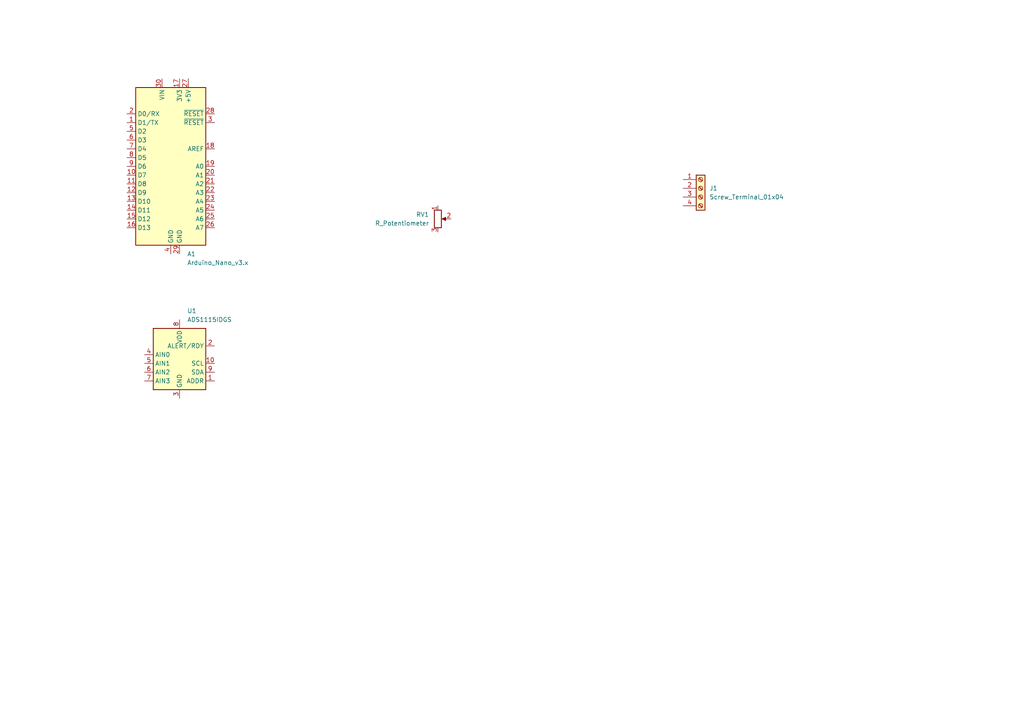
<source format=kicad_sch>
(kicad_sch (version 20231120) (generator "eeschema") (generator_version "8.0")
  (paper "A4")
  (lib_symbols
    (symbol "Analog_ADC:ADS1115IDGS"
      (property "Reference" "U" (at 2.54 13.97 0))
      (property "Value" "ADS1115IDGS" (at 7.62 11.43 0))
      (symbol "ADS1115IDGS_0_1"
        (rectangle (start -7.62 10.16) (end 7.62 -7.62) (stroke (width 0.254)) (fill (type background)))
      )
      (symbol "ADS1115IDGS_1_1"
        (pin input line (at 10.16 -5.08 180) (length 2.54) (name "ADDR") (number "1"))
        (pin input line (at 10.16 0 180) (length 2.54) (name "SCL") (number "10"))
        (pin output line (at 10.16 5.08 180) (length 2.54) (name "ALERT/RDY") (number "2"))
        (pin power_in line (at 0 -10.16 90) (length 2.54) (name "GND") (number "3"))
        (pin input line (at -10.16 2.54 0) (length 2.54) (name "AIN0") (number "4"))
        (pin input line (at -10.16 0 0) (length 2.54) (name "AIN1") (number "5"))
        (pin input line (at -10.16 -2.54 0) (length 2.54) (name "AIN2") (number "6"))
        (pin input line (at -10.16 -5.08 0) (length 2.54) (name "AIN3") (number "7"))
        (pin power_in line (at 0 12.7 270) (length 2.54) (name "VDD") (number "8"))
        (pin bidirectional line (at 10.16 -2.54 180) (length 2.54) (name "SDA") (number "9"))
      )
    )
    (symbol "Connector:Screw_Terminal_01x04" (pin_names (offset 1.016) hide)
      (property "Reference" "J" (at 0 5.08 0))
      (property "Value" "Screw_Terminal_01x04" (at 0 -7.62 0))
      (symbol "Screw_Terminal_01x04_1_1"
        (rectangle (start -1.27 3.81) (end 1.27 -6.35) (stroke (width 0.254)) (fill (type background)))
        (circle (center 0 -5.08) (radius 0.635) (stroke (width 0.1524)))
        (circle (center 0 -2.54) (radius 0.635) (stroke (width 0.1524)))
        (polyline (pts (xy -0.5334 -4.7498) (xy 0.3302 -5.588)) (stroke (width 0.1524)))
        (polyline (pts (xy -0.5334 -2.2098) (xy 0.3302 -3.048)) (stroke (width 0.1524)))
        (polyline (pts (xy -0.5334 0.3302) (xy 0.3302 -0.508)) (stroke (width 0.1524)))
        (polyline (pts (xy -0.5334 2.8702) (xy 0.3302 2.032)) (stroke (width 0.1524)))
        (polyline (pts (xy -0.3556 -4.572) (xy 0.508 -5.4102)) (stroke (width 0.1524)))
        (polyline (pts (xy -0.3556 -2.032) (xy 0.508 -2.8702)) (stroke (width 0.1524)))
        (polyline (pts (xy -0.3556 0.508) (xy 0.508 -0.3302)) (stroke (width 0.1524)))
        (polyline (pts (xy -0.3556 3.048) (xy 0.508 2.2098)) (stroke (width 0.1524)))
        (circle (center 0 0) (radius 0.635) (stroke (width 0.1524)))
        (circle (center 0 2.54) (radius 0.635) (stroke (width 0.1524)))
        (pin passive line (at -5.08 2.54 0) (length 3.81) (name "Pin_1") (number "1"))
        (pin passive line (at -5.08 0 0) (length 3.81) (name "Pin_2") (number "2"))
        (pin passive line (at -5.08 -2.54 0) (length 3.81) (name "Pin_3") (number "3"))
        (pin passive line (at -5.08 -5.08 0) (length 3.81) (name "Pin_4") (number "4"))
      )
    )
    (symbol "Device:R_Potentiometer" (pin_names (offset 1.016) hide)
      (property "Reference" "RV" (at -4.445 0 90))
      (property "Value" "R_Potentiometer" (at -2.54 0 90))
      (symbol "R_Potentiometer_0_1"
        (polyline (pts (xy 2.54 0) (xy 1.524 0)))
        (polyline (pts (xy 1.143 0) (xy 2.286 0.508) (xy 2.286 -0.508) (xy 1.143 0)) (fill (type outline)))
        (rectangle (start 1.016 2.54) (end -1.016 -2.54) (stroke (width 0.254)))
      )
      (symbol "R_Potentiometer_1_1"
        (pin passive line (at 0 3.81 270) (length 1.27) (name "1") (number "1"))
        (pin passive line (at 3.81 0 180) (length 1.27) (name "2") (number "2"))
        (pin passive line (at 0 -3.81 90) (length 1.27) (name "3") (number "3"))
      )
    )
    (symbol "MCU_Module:Arduino_Nano_v3.x"
      (property "Reference" "A" (at -10.16 23.495 0))
      (property "Value" "Arduino_Nano_v3.x" (at 5.08 -24.13 0))
      (symbol "Arduino_Nano_v3.x_0_1"
        (rectangle (start -10.16 22.86) (end 10.16 -22.86) (stroke (width 0.254)) (fill (type background)))
      )
      (symbol "Arduino_Nano_v3.x_1_1"
        (pin bidirectional line (at -12.7 12.7 0) (length 2.54) (name "D1/TX") (number "1"))
        (pin bidirectional line (at -12.7 -2.54 0) (length 2.54) (name "D7") (number "10"))
        (pin bidirectional line (at -12.7 -5.08 0) (length 2.54) (name "D8") (number "11"))
        (pin bidirectional line (at -12.7 -7.62 0) (length 2.54) (name "D9") (number "12"))
        (pin bidirectional line (at -12.7 -10.16 0) (length 2.54) (name "D10") (number "13"))
        (pin bidirectional line (at -12.7 -12.7 0) (length 2.54) (name "D11") (number "14"))
        (pin bidirectional line (at -12.7 -15.24 0) (length 2.54) (name "D12") (number "15"))
        (pin bidirectional line (at -12.7 -17.78 0) (length 2.54) (name "D13") (number "16"))
        (pin power_out line (at 2.54 25.4 270) (length 2.54) (name "3V3") (number "17"))
        (pin input line (at 12.7 5.08 180) (length 2.54) (name "AREF") (number "18"))
        (pin bidirectional line (at 12.7 0 180) (length 2.54) (name "A0") (number "19"))
        (pin bidirectional line (at -12.7 15.24 0) (length 2.54) (name "D0/RX") (number "2"))
        (pin bidirectional line (at 12.7 -2.54 180) (length 2.54) (name "A1") (number "20"))
        (pin bidirectional line (at 12.7 -5.08 180) (length 2.54) (name "A2") (number "21"))
        (pin bidirectional line (at 12.7 -7.62 180) (length 2.54) (name "A3") (number "22"))
        (pin bidirectional line (at 12.7 -10.16 180) (length 2.54) (name "A4") (number "23"))
        (pin bidirectional line (at 12.7 -12.7 180) (length 2.54) (name "A5") (number "24"))
        (pin bidirectional line (at 12.7 -15.24 180) (length 2.54) (name "A6") (number "25"))
        (pin bidirectional line (at 12.7 -17.78 180) (length 2.54) (name "A7") (number "26"))
        (pin power_out line (at 5.08 25.4 270) (length 2.54) (name "+5V") (number "27"))
        (pin input line (at 12.7 15.24 180) (length 2.54) (name "~{RESET}") (number "28"))
        (pin power_in line (at 2.54 -25.4 90) (length 2.54) (name "GND") (number "29"))
        (pin input line (at 12.7 12.7 180) (length 2.54) (name "~{RESET}") (number "3"))
        (pin power_in line (at -2.54 25.4 270) (length 2.54) (name "VIN") (number "30"))
        (pin power_in line (at 0 -25.4 90) (length 2.54) (name "GND") (number "4"))
        (pin bidirectional line (at -12.7 10.16 0) (length 2.54) (name "D2") (number "5"))
        (pin bidirectional line (at -12.7 7.62 0) (length 2.54) (name "D3") (number "6"))
        (pin bidirectional line (at -12.7 5.08 0) (length 2.54) (name "D4") (number "7"))
        (pin bidirectional line (at -12.7 2.54 0) (length 2.54) (name "D5") (number "8"))
        (pin bidirectional line (at -12.7 0 0) (length 2.54) (name "D6") (number "9"))
      )
    )
  )
  (symbol (lib_id "Analog_ADC:ADS1115IDGS") (at 52.07 105.41 0) (unit 1)
    (property "Reference" "U1" (at 54.2641 90.17 0) (effects (justify left)))
    (property "Value" "ADS1115IDGS" (at 54.2641 92.71 0) (effects (justify left)))
    (property "Footprint" "Package_SO:TSSOP-10_3x3mm_P0.5mm" (effects (hide yes)))
    (property "Datasheet" "http://www.ti.com/lit/ds/symlink/ads1113.pdf" (effects (hide yes)))
    (property "Description" "Ultra-Small, Low-Power, I2C-Compatible, 860-SPS, 16-Bit ADCs With Internal Reference, Oscillator, and Programmable Comparator, VSSOP-10" (effects (hide yes)))
  )
  (symbol (lib_id "Device:R_Potentiometer") (at 127 63.5 0) (unit 1)
    (property "Reference" "RV1" (at 124.46 62.2299 0) (effects (justify right)))
    (property "Value" "R_Potentiometer" (at 124.46 64.7699 0) (effects (justify right)))
    (property "Description" "Potentiometer" (effects (hide yes)))
  )
  (symbol (lib_id "MCU_Module:Arduino_Nano_v3.x") (at 49.53 48.26 0) (unit 1)
    (property "Reference" "A1" (at 54.2641 73.66 0) (effects (justify left)))
    (property "Value" "Arduino_Nano_v3.x" (at 54.2641 76.2 0) (effects (justify left)))
    (property "Footprint" "Module:Arduino_Nano" (effects (hide yes)))
    (property "Datasheet" "http://www.mouser.com/pdfdocs/Gravitech_Arduino_Nano3_0.pdf" (effects (hide yes)))
    (property "Description" "Arduino Nano v3.x" (effects (hide yes)))
  )
  (symbol (lib_id "Connector:Screw_Terminal_01x04") (at 203.2 54.61 0) (unit 1)
    (property "Reference" "J1" (at 205.74 54.6099 0) (effects (justify left)))
    (property "Value" "Screw_Terminal_01x04" (at 205.74 57.1499 0) (effects (justify left)))
    (property "Description" "Generic screw terminal, single row, 01x04, script generated (kicad-library-utils/schlib/autogen/connector/)" (effects (hide yes)))
  )
)
</source>
